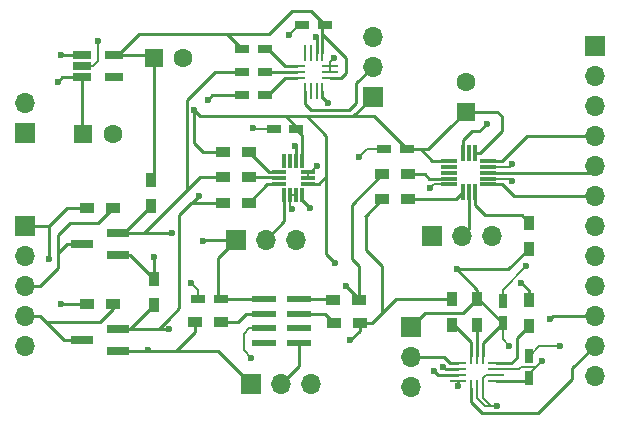
<source format=gtl>
G04 #@! TF.FileFunction,Copper,L1,Top,Signal*
%FSLAX46Y46*%
G04 Gerber Fmt 4.6, Leading zero omitted, Abs format (unit mm)*
G04 Created by KiCad (PCBNEW 4.0.7) date Friday, March 30, 2018 'PMt' 08:41:18 PM*
%MOMM*%
%LPD*%
G01*
G04 APERTURE LIST*
%ADD10C,0.100000*%
%ADD11R,2.000000X0.530000*%
%ADD12R,0.350000X1.400000*%
%ADD13R,1.400000X0.350000*%
%ADD14R,1.200000X0.350000*%
%ADD15R,0.350000X1.200000*%
%ADD16R,1.600000X1.600000*%
%ADD17C,1.600000*%
%ADD18R,1.700000X1.700000*%
%ADD19O,1.700000X1.700000*%
%ADD20R,1.900000X0.800000*%
%ADD21R,1.560000X0.650000*%
%ADD22R,0.250000X1.400000*%
%ADD23R,1.400000X0.250000*%
%ADD24R,1.200000X0.750000*%
%ADD25R,0.750000X1.200000*%
%ADD26R,1.200000X0.900000*%
%ADD27R,0.900000X1.200000*%
%ADD28C,0.600000*%
%ADD29C,0.152400*%
%ADD30C,0.127000*%
%ADD31C,0.254000*%
G04 APERTURE END LIST*
D10*
D11*
X120547000Y-139793500D03*
X123547000Y-139793500D03*
X120547000Y-141043500D03*
X120547000Y-142293500D03*
X120547000Y-143543500D03*
X123547000Y-143543500D03*
X123547000Y-142293500D03*
X123547000Y-141043500D03*
D12*
X137422000Y-130745500D03*
X137922000Y-130745500D03*
X138422000Y-130745500D03*
D13*
X139562000Y-130095500D03*
X139572000Y-129595500D03*
X139572000Y-129095500D03*
X139572000Y-128595500D03*
X139572000Y-128095500D03*
D12*
X138422000Y-127445500D03*
X137922000Y-127445500D03*
X137422000Y-127445500D03*
D13*
X136272000Y-128095500D03*
X136272000Y-128595500D03*
X136272000Y-129095500D03*
X136272000Y-129595500D03*
X136272000Y-130095500D03*
D14*
X121833000Y-130040000D03*
X121833000Y-129540000D03*
X121833000Y-129040000D03*
D15*
X122313000Y-128070000D03*
X122813000Y-128070000D03*
X123313000Y-128070000D03*
X123813000Y-128070000D03*
D14*
X124293000Y-130040000D03*
X124293000Y-129540000D03*
X124293000Y-129040000D03*
D15*
X122313000Y-131010000D03*
X122813000Y-131010000D03*
X123313000Y-131010000D03*
X123813000Y-131010000D03*
D16*
X105283000Y-125857000D03*
D17*
X107783000Y-125857000D03*
D16*
X111252000Y-119380000D03*
D17*
X113752000Y-119380000D03*
D16*
X137668000Y-123952000D03*
D17*
X137668000Y-121452000D03*
D18*
X100330000Y-125730000D03*
D19*
X100330000Y-123190000D03*
D18*
X148590000Y-118364000D03*
D19*
X148590000Y-120904000D03*
X148590000Y-123444000D03*
X148590000Y-125984000D03*
X148590000Y-128524000D03*
X148590000Y-131064000D03*
X148590000Y-133604000D03*
X148590000Y-136144000D03*
X148590000Y-138684000D03*
X148590000Y-141224000D03*
X148590000Y-143764000D03*
X148590000Y-146304000D03*
D18*
X129794000Y-122682000D03*
D19*
X129794000Y-120142000D03*
X129794000Y-117602000D03*
D18*
X133032500Y-142176500D03*
D19*
X133032500Y-144716500D03*
X133032500Y-147256500D03*
D18*
X118173500Y-134810500D03*
D19*
X120713500Y-134810500D03*
X123253500Y-134810500D03*
D18*
X119507000Y-147002500D03*
D19*
X122047000Y-147002500D03*
X124587000Y-147002500D03*
D18*
X134810500Y-134429500D03*
D19*
X137350500Y-134429500D03*
X139890500Y-134429500D03*
D20*
X108180000Y-136078000D03*
X108180000Y-134178000D03*
X105180000Y-135128000D03*
X108180000Y-144206000D03*
X108180000Y-142306000D03*
X105180000Y-143256000D03*
D21*
X105203000Y-119128500D03*
X105203000Y-120078500D03*
X105203000Y-121028500D03*
X107903000Y-121028500D03*
X107903000Y-119128500D03*
D18*
X100330000Y-133604000D03*
D19*
X100330000Y-136144000D03*
X100330000Y-138684000D03*
X100330000Y-141224000D03*
X100330000Y-143764000D03*
D22*
X138620500Y-144606500D03*
X138120500Y-144606500D03*
X139120500Y-144606500D03*
X138120500Y-147366500D03*
X138620500Y-147366500D03*
X139120500Y-147366500D03*
D23*
X137000500Y-145236500D03*
X137000500Y-145736500D03*
X137000500Y-146236500D03*
X137000500Y-146736500D03*
X140240500Y-146736500D03*
X140240500Y-146236500D03*
X140240500Y-145736500D03*
X140240500Y-145236500D03*
X123397500Y-120586500D03*
X123397500Y-121086500D03*
X123397500Y-120086500D03*
X126157500Y-121086500D03*
X126157500Y-120586500D03*
X126157500Y-120086500D03*
D22*
X124027500Y-122206500D03*
X124527500Y-122206500D03*
X125027500Y-122206500D03*
X125527500Y-122206500D03*
X125527500Y-118966500D03*
X125027500Y-118966500D03*
X124527500Y-118966500D03*
X124027500Y-118966500D03*
D24*
X123314500Y-125412500D03*
X121414500Y-125412500D03*
D25*
X140779500Y-141856500D03*
X140779500Y-139956500D03*
X143002000Y-146492000D03*
X143002000Y-144592000D03*
D24*
X125727500Y-116586000D03*
X123827500Y-116586000D03*
X132649000Y-127127000D03*
X130749000Y-127127000D03*
X116901000Y-139827000D03*
X115001000Y-139827000D03*
D26*
X105580000Y-132080000D03*
X107780000Y-132080000D03*
D27*
X110998000Y-129710000D03*
X110998000Y-131910000D03*
D26*
X105580000Y-140208000D03*
X107780000Y-140208000D03*
D27*
X111252000Y-138092000D03*
X111252000Y-140292000D03*
X138620500Y-142006500D03*
X138620500Y-139806500D03*
D26*
X119273500Y-129476500D03*
X117073500Y-129476500D03*
D27*
X143002000Y-142070000D03*
X143002000Y-139870000D03*
D26*
X119273500Y-131635500D03*
X117073500Y-131635500D03*
D27*
X136461500Y-142006500D03*
X136461500Y-139806500D03*
D26*
X119273500Y-127317500D03*
X117073500Y-127317500D03*
D24*
X118747500Y-118618000D03*
X120647500Y-118618000D03*
X120647500Y-120586500D03*
X118747500Y-120586500D03*
D26*
X126408000Y-139890500D03*
X128608000Y-139890500D03*
X116924000Y-141732000D03*
X114724000Y-141732000D03*
X128671500Y-141795500D03*
X126471500Y-141795500D03*
X132799000Y-129222500D03*
X130599000Y-129222500D03*
X132799000Y-131318000D03*
X130599000Y-131318000D03*
D27*
X143002000Y-133329500D03*
X143002000Y-135529500D03*
D24*
X120647500Y-122555000D03*
X118747500Y-122555000D03*
D28*
X114427000Y-138430000D03*
X119507000Y-144780000D03*
X106553000Y-117983000D03*
X122936000Y-132207000D03*
X125095000Y-128524000D03*
X119634000Y-125349000D03*
X122682000Y-117475000D03*
X126492000Y-119380000D03*
X128651000Y-127762000D03*
X134620000Y-130429000D03*
X141605000Y-129794000D03*
X141605000Y-128397000D03*
X142748000Y-137033000D03*
X145669000Y-143764000D03*
X140335000Y-148844000D03*
X103378000Y-140208000D03*
X102362000Y-136398000D03*
X103378000Y-119126000D03*
X103124000Y-121412000D03*
X141351000Y-143764000D03*
X144145000Y-145034000D03*
X136906000Y-137287000D03*
X126619000Y-136779000D03*
X111252000Y-136271000D03*
X115443000Y-134874000D03*
X110744000Y-144145000D03*
X114681000Y-123825000D03*
X125984000Y-123190000D03*
X124968000Y-117602000D03*
X139446000Y-124968000D03*
X124460000Y-132080000D03*
X123190000Y-126873000D03*
X135763000Y-145542000D03*
X144780000Y-141478000D03*
X135001000Y-145923000D03*
X137033000Y-147193000D03*
X127508000Y-138684000D03*
X112776000Y-134239000D03*
X142367000Y-138430000D03*
X112522000Y-142367000D03*
X127889000Y-143256000D03*
X115062000Y-131064000D03*
X115824000Y-122936000D03*
D29*
X115001000Y-139827000D02*
X115001000Y-139004000D01*
X115001000Y-139004000D02*
X114427000Y-138430000D01*
X120547000Y-142293500D02*
X119326500Y-142293500D01*
X118872000Y-144145000D02*
X119507000Y-144780000D01*
D30*
X118872000Y-142748000D02*
X118872000Y-144145000D01*
D29*
X119326500Y-142293500D02*
X118872000Y-142748000D01*
X105203000Y-120078500D02*
X106108500Y-120078500D01*
X106553000Y-119634000D02*
X106553000Y-117983000D01*
X106108500Y-120078500D02*
X106553000Y-119634000D01*
X122813000Y-131010000D02*
X122813000Y-132084000D01*
X122813000Y-132084000D02*
X122936000Y-132207000D01*
X123313000Y-131010000D02*
X122813000Y-131010000D01*
X124293000Y-129540000D02*
X124293000Y-129040000D01*
X124293000Y-129040000D02*
X124579000Y-129040000D01*
X124579000Y-129040000D02*
X125095000Y-128524000D01*
X121414500Y-125412500D02*
X119697500Y-125412500D01*
X119697500Y-125412500D02*
X119634000Y-125349000D01*
X123827500Y-116586000D02*
X123571000Y-116586000D01*
X123571000Y-116586000D02*
X122682000Y-117475000D01*
X126157500Y-120086500D02*
X126157500Y-119714500D01*
X126157500Y-119714500D02*
X126492000Y-119380000D01*
X126157500Y-120586500D02*
X126157500Y-120086500D01*
X130749000Y-127127000D02*
X129286000Y-127127000D01*
X129286000Y-127127000D02*
X128651000Y-127762000D01*
X136272000Y-130095500D02*
X134953500Y-130095500D01*
X134953500Y-130095500D02*
X134620000Y-130429000D01*
X139572000Y-129595500D02*
X141406500Y-129595500D01*
X141406500Y-129595500D02*
X141605000Y-129794000D01*
X139572000Y-128595500D02*
X141406500Y-128595500D01*
X141406500Y-128595500D02*
X141605000Y-128397000D01*
X140779500Y-139956500D02*
X140779500Y-139001500D01*
X140779500Y-139001500D02*
X142748000Y-137033000D01*
X140240500Y-146236500D02*
X139386500Y-146236500D01*
X139120500Y-146502500D02*
X139120500Y-147366500D01*
X139386500Y-146236500D02*
X139120500Y-146502500D01*
X143002000Y-144592000D02*
X143063000Y-144592000D01*
X143063000Y-144592000D02*
X143891000Y-143764000D01*
X143891000Y-143764000D02*
X145669000Y-143764000D01*
X139120500Y-147366500D02*
X139120500Y-148137500D01*
X139120500Y-148137500D02*
X139827000Y-148844000D01*
X138620500Y-147366500D02*
X138620500Y-148145500D01*
X139319000Y-148844000D02*
X139827000Y-148844000D01*
X139827000Y-148844000D02*
X140335000Y-148844000D01*
X138620500Y-148145500D02*
X139319000Y-148844000D01*
D31*
X107780000Y-140208000D02*
X107780000Y-140632000D01*
X107780000Y-140632000D02*
X106680000Y-141732000D01*
X106680000Y-141732000D02*
X102108000Y-141732000D01*
X100330000Y-141224000D02*
X101600000Y-141224000D01*
X103632000Y-143256000D02*
X105180000Y-143256000D01*
X101600000Y-141224000D02*
X102108000Y-141732000D01*
X102108000Y-141732000D02*
X103632000Y-143256000D01*
X103124000Y-135890000D02*
X103124000Y-134366000D01*
X106510000Y-133350000D02*
X107780000Y-132080000D01*
X104140000Y-133350000D02*
X106510000Y-133350000D01*
X103124000Y-134366000D02*
X104140000Y-133350000D01*
X100330000Y-138684000D02*
X101600000Y-138684000D01*
X103886000Y-135128000D02*
X105180000Y-135128000D01*
X103124000Y-135890000D02*
X103886000Y-135128000D01*
X103124000Y-137160000D02*
X103124000Y-135890000D01*
X101600000Y-138684000D02*
X103124000Y-137160000D01*
X102362000Y-133604000D02*
X102362000Y-136398000D01*
X103378000Y-140208000D02*
X105580000Y-140208000D01*
X100330000Y-133604000D02*
X102362000Y-133604000D01*
X103886000Y-132080000D02*
X105580000Y-132080000D01*
X102362000Y-133604000D02*
X103886000Y-132080000D01*
X105203000Y-121028500D02*
X105203000Y-125777000D01*
X105203000Y-125777000D02*
X105283000Y-125857000D01*
X103380500Y-119128500D02*
X105203000Y-119128500D01*
X103378000Y-119126000D02*
X103380500Y-119128500D01*
X103507500Y-121028500D02*
X105203000Y-121028500D01*
X103124000Y-121412000D02*
X103507500Y-121028500D01*
X114724000Y-141732000D02*
X114724000Y-142578000D01*
X113096000Y-144206000D02*
X112649000Y-144206000D01*
X114724000Y-142578000D02*
X113096000Y-144206000D01*
X112649000Y-144206000D02*
X116710500Y-144206000D01*
X116710500Y-144206000D02*
X119507000Y-147002500D01*
X116647000Y-139573000D02*
X116647000Y-136337000D01*
X116647000Y-136337000D02*
X117028000Y-135956000D01*
X117028000Y-135956000D02*
X118173500Y-134810500D01*
X116647000Y-139573000D02*
X116901000Y-139827000D01*
X116901000Y-139827000D02*
X120513500Y-139827000D01*
X120513500Y-139827000D02*
X120547000Y-139793500D01*
D29*
X143002000Y-146492000D02*
X143002000Y-146177000D01*
X143002000Y-146177000D02*
X143637000Y-145542000D01*
X140240500Y-145736500D02*
X142172500Y-145736500D01*
X140779500Y-143192500D02*
X140779500Y-141856500D01*
X141351000Y-143764000D02*
X140779500Y-143192500D01*
X143637000Y-145542000D02*
X144145000Y-145034000D01*
X142367000Y-145542000D02*
X143637000Y-145542000D01*
X142172500Y-145736500D02*
X142367000Y-145542000D01*
D31*
X138422000Y-127445500D02*
X138873500Y-127445500D01*
X140335000Y-123952000D02*
X137668000Y-123952000D01*
X140716000Y-124333000D02*
X140335000Y-123952000D01*
X140716000Y-125603000D02*
X140716000Y-124333000D01*
X138873500Y-127445500D02*
X140716000Y-125603000D01*
X120269000Y-117348000D02*
X121031000Y-117348000D01*
X117477500Y-117348000D02*
X120269000Y-117348000D01*
X124584500Y-115443000D02*
X125727500Y-116586000D01*
X122936000Y-115443000D02*
X124584500Y-115443000D01*
X121031000Y-117348000D02*
X122936000Y-115443000D01*
X139120500Y-144606500D02*
X139120500Y-143515500D01*
X139120500Y-143515500D02*
X140779500Y-141856500D01*
X136906000Y-137287000D02*
X141244500Y-137287000D01*
X141244500Y-137287000D02*
X143002000Y-135529500D01*
X136906000Y-137287000D02*
X138620500Y-139001500D01*
X138620500Y-139001500D02*
X138620500Y-139806500D01*
X138620500Y-139806500D02*
X138577500Y-139806500D01*
X138577500Y-139806500D02*
X137414000Y-140970000D01*
X134239000Y-140970000D02*
X133032500Y-142176500D01*
X137414000Y-140970000D02*
X134239000Y-140970000D01*
X140240500Y-146736500D02*
X142757500Y-146736500D01*
X142757500Y-146736500D02*
X143002000Y-146492000D01*
X139120500Y-144606500D02*
X139120500Y-144597500D01*
X138620500Y-139806500D02*
X138729500Y-139806500D01*
X138729500Y-139806500D02*
X140779500Y-141856500D01*
X138620500Y-139001500D02*
X138620500Y-139806500D01*
X125857000Y-129286000D02*
X125857000Y-136017000D01*
X125857000Y-136017000D02*
X126619000Y-136779000D01*
X128143000Y-124333000D02*
X129855000Y-124333000D01*
X129855000Y-124333000D02*
X132649000Y-127127000D01*
X124293000Y-130040000D02*
X125230000Y-130040000D01*
X124206000Y-124333000D02*
X123952000Y-124333000D01*
X125857000Y-125984000D02*
X124206000Y-124333000D01*
X125857000Y-129413000D02*
X125857000Y-129286000D01*
X125857000Y-129286000D02*
X125857000Y-125984000D01*
X125230000Y-130040000D02*
X125857000Y-129413000D01*
X133731000Y-127127000D02*
X134493000Y-127127000D01*
X134493000Y-127127000D02*
X136271000Y-125349000D01*
X136271000Y-125349000D02*
X137668000Y-123952000D01*
X136272000Y-128095500D02*
X134826500Y-128095500D01*
X133858000Y-127127000D02*
X133731000Y-127127000D01*
X133731000Y-127127000D02*
X132649000Y-127127000D01*
X134826500Y-128095500D02*
X133858000Y-127127000D01*
X108180000Y-136078000D02*
X109238000Y-136078000D01*
X109238000Y-136078000D02*
X111252000Y-138092000D01*
X111252000Y-136271000D02*
X111252000Y-138092000D01*
X112268000Y-144206000D02*
X112649000Y-144206000D01*
X108180000Y-144206000D02*
X112268000Y-144206000D01*
X112268000Y-144206000D02*
X112313500Y-144206000D01*
X115443000Y-134874000D02*
X115506500Y-134810500D01*
X115506500Y-134810500D02*
X118173500Y-134810500D01*
X110683000Y-144206000D02*
X108180000Y-144206000D01*
X110744000Y-144145000D02*
X110683000Y-144206000D01*
X125527500Y-117348000D02*
X125527500Y-117399500D01*
X127071500Y-121086500D02*
X126157500Y-121086500D01*
X127508000Y-120650000D02*
X127071500Y-121086500D01*
X127508000Y-119380000D02*
X127508000Y-120650000D01*
X125527500Y-117399500D02*
X127508000Y-119380000D01*
X122428000Y-124333000D02*
X123952000Y-124333000D01*
X123952000Y-124333000D02*
X128143000Y-124333000D01*
X128143000Y-124333000D02*
X129794000Y-122682000D01*
X123813000Y-128070000D02*
X123813000Y-125911000D01*
X123813000Y-125911000D02*
X123314500Y-125412500D01*
X123314500Y-125412500D02*
X123314500Y-125219500D01*
X123314500Y-125219500D02*
X122428000Y-124333000D01*
X115189000Y-124333000D02*
X114681000Y-123825000D01*
X122428000Y-124333000D02*
X115189000Y-124333000D01*
X114681000Y-123825000D02*
X114681000Y-125603000D01*
X115379500Y-127317500D02*
X114681000Y-126619000D01*
X114681000Y-126619000D02*
X114681000Y-125603000D01*
X117073500Y-127317500D02*
X115379500Y-127317500D01*
X125527500Y-118966500D02*
X125527500Y-117348000D01*
X125527500Y-117348000D02*
X125527500Y-116786000D01*
X125527500Y-116786000D02*
X125727500Y-116586000D01*
X107903000Y-119128500D02*
X108201500Y-119128500D01*
X108201500Y-119128500D02*
X109982000Y-117348000D01*
X117477500Y-117348000D02*
X118747500Y-118618000D01*
X109982000Y-117348000D02*
X115570000Y-117348000D01*
X115570000Y-117348000D02*
X117477500Y-117348000D01*
X111252000Y-119380000D02*
X111252000Y-129456000D01*
X111252000Y-129456000D02*
X110998000Y-129710000D01*
X107903000Y-119128500D02*
X111000500Y-119128500D01*
X111000500Y-119128500D02*
X111252000Y-119380000D01*
X125527500Y-122206500D02*
X125527500Y-122733500D01*
X125527500Y-122733500D02*
X125984000Y-123190000D01*
X125027500Y-117661500D02*
X124968000Y-117602000D01*
X125027500Y-117661500D02*
X125027500Y-118966500D01*
X138176000Y-125603000D02*
X138811000Y-125603000D01*
X137422000Y-126357000D02*
X138176000Y-125603000D01*
X137422000Y-127445500D02*
X137422000Y-126357000D01*
X138811000Y-125603000D02*
X139446000Y-124968000D01*
X139572000Y-128095500D02*
X140763500Y-128095500D01*
X142875000Y-125984000D02*
X148590000Y-125984000D01*
X140763500Y-128095500D02*
X142875000Y-125984000D01*
X139572000Y-129095500D02*
X148018500Y-129095500D01*
X148018500Y-129095500D02*
X148590000Y-128524000D01*
X139562000Y-130095500D02*
X140763500Y-130095500D01*
X141732000Y-131064000D02*
X148590000Y-131064000D01*
X140763500Y-130095500D02*
X141732000Y-131064000D01*
X123813000Y-131010000D02*
X123813000Y-131433000D01*
X123813000Y-131433000D02*
X124460000Y-132080000D01*
X123313000Y-126996000D02*
X123313000Y-128070000D01*
X123313000Y-126996000D02*
X123190000Y-126873000D01*
X137000500Y-145736500D02*
X135957500Y-145736500D01*
X135957500Y-145736500D02*
X135763000Y-145542000D01*
X137000500Y-146236500D02*
X135314500Y-146236500D01*
X145034000Y-141224000D02*
X148590000Y-141224000D01*
X144780000Y-141478000D02*
X145034000Y-141224000D01*
X135314500Y-146236500D02*
X135001000Y-145923000D01*
X146685000Y-145669000D02*
X148590000Y-143764000D01*
X146685000Y-146558000D02*
X146685000Y-145669000D01*
X143764000Y-149479000D02*
X146685000Y-146558000D01*
X139081000Y-149479000D02*
X143764000Y-149479000D01*
X138120500Y-148518500D02*
X139081000Y-149479000D01*
X138120500Y-147366500D02*
X138120500Y-148518500D01*
X137000500Y-147160500D02*
X137033000Y-147193000D01*
X137000500Y-146736500D02*
X137000500Y-147160500D01*
X124027500Y-122206500D02*
X124027500Y-123265500D01*
X128397000Y-121539000D02*
X129794000Y-120142000D01*
X128397000Y-123190000D02*
X128397000Y-121539000D01*
X127762000Y-123825000D02*
X128397000Y-123190000D01*
X124587000Y-123825000D02*
X127762000Y-123825000D01*
X124027500Y-123265500D02*
X124587000Y-123825000D01*
X137000500Y-145236500D02*
X136346500Y-145236500D01*
X136346500Y-145236500D02*
X135826500Y-144716500D01*
X135826500Y-144716500D02*
X133032500Y-144716500D01*
X137000500Y-145236500D02*
X136473500Y-145236500D01*
X122313000Y-131010000D02*
X122313000Y-133211000D01*
X122313000Y-133211000D02*
X120713500Y-134810500D01*
X123547000Y-143543500D02*
X123547000Y-145502500D01*
X123547000Y-145502500D02*
X122047000Y-147002500D01*
X137922000Y-130745500D02*
X137922000Y-133858000D01*
X137922000Y-133858000D02*
X137350500Y-134429500D01*
X127508000Y-138684000D02*
X128608000Y-139784000D01*
X128608000Y-139784000D02*
X128608000Y-139890500D01*
X112715000Y-134178000D02*
X110175000Y-134178000D01*
X112776000Y-134239000D02*
X112715000Y-134178000D01*
X128608000Y-139890500D02*
X128608000Y-139362000D01*
X143002000Y-139065000D02*
X143002000Y-139870000D01*
X142367000Y-138430000D02*
X143002000Y-139065000D01*
X128016000Y-132080000D02*
X128016000Y-131805500D01*
X128016000Y-131805500D02*
X130599000Y-129222500D01*
X128608000Y-139890500D02*
X128608000Y-136990000D01*
X128016000Y-136398000D02*
X128016000Y-132080000D01*
X128608000Y-136990000D02*
X128016000Y-136398000D01*
X114046000Y-130556000D02*
X114046000Y-122936000D01*
X116395500Y-120586500D02*
X118747500Y-120586500D01*
X114046000Y-122936000D02*
X116395500Y-120586500D01*
X108180000Y-134178000D02*
X110109000Y-134178000D01*
X110109000Y-134178000D02*
X110363000Y-134178000D01*
X110424000Y-134178000D02*
X114046000Y-130556000D01*
X110363000Y-134178000D02*
X110424000Y-134178000D01*
X115125500Y-129476500D02*
X117073500Y-129476500D01*
X114046000Y-130556000D02*
X115125500Y-129476500D01*
X108180000Y-134178000D02*
X108730000Y-134178000D01*
X108730000Y-134178000D02*
X110998000Y-131910000D01*
X129180500Y-132736500D02*
X129180500Y-135657500D01*
X130556000Y-137033000D02*
X130556000Y-140970000D01*
X129180500Y-135657500D02*
X130556000Y-137033000D01*
X128671500Y-141795500D02*
X129730500Y-141795500D01*
X129730500Y-141795500D02*
X130556000Y-140970000D01*
X131719500Y-139806500D02*
X136461500Y-139806500D01*
X130556000Y-140970000D02*
X131719500Y-139806500D01*
X112461000Y-142306000D02*
X112522000Y-142367000D01*
X127889000Y-143256000D02*
X128671500Y-142473500D01*
X128671500Y-141795500D02*
X128671500Y-142473500D01*
X112461000Y-142306000D02*
X111694000Y-142306000D01*
X128671500Y-141795500D02*
X129095500Y-141795500D01*
X129159000Y-132758000D02*
X129180500Y-132736500D01*
X129180500Y-132736500D02*
X130599000Y-131318000D01*
X112458500Y-141541500D02*
X113411000Y-140589000D01*
X113411000Y-132651500D02*
X114427000Y-131635500D01*
X113411000Y-140589000D02*
X113411000Y-132651500D01*
X114427000Y-131635500D02*
X114490500Y-131635500D01*
X115824000Y-122936000D02*
X116205000Y-122555000D01*
X116205000Y-122555000D02*
X118747500Y-122555000D01*
X114490500Y-131635500D02*
X115062000Y-131064000D01*
X109220000Y-142306000D02*
X111694000Y-142306000D01*
X114427000Y-131635500D02*
X117073500Y-131635500D01*
X111694000Y-142306000D02*
X112458500Y-141541500D01*
X112458500Y-141541500D02*
X112522000Y-141478000D01*
X108180000Y-142306000D02*
X109220000Y-142306000D01*
X109220000Y-142306000D02*
X109238000Y-142306000D01*
X109238000Y-142306000D02*
X111252000Y-140292000D01*
X138620500Y-144606500D02*
X138620500Y-142006500D01*
X119273500Y-129476500D02*
X121769500Y-129476500D01*
X121769500Y-129476500D02*
X121833000Y-129540000D01*
X140240500Y-145236500D02*
X141529500Y-145236500D01*
X141986000Y-143086000D02*
X143002000Y-142070000D01*
X141986000Y-144780000D02*
X141986000Y-143086000D01*
X141529500Y-145236500D02*
X141986000Y-144780000D01*
X121833000Y-130040000D02*
X120869000Y-130040000D01*
X120869000Y-130040000D02*
X119273500Y-131635500D01*
X138120500Y-144606500D02*
X138120500Y-143454500D01*
X138120500Y-143454500D02*
X136672500Y-142006500D01*
X136672500Y-142006500D02*
X136461500Y-142006500D01*
X121833000Y-129040000D02*
X120996000Y-129040000D01*
X120996000Y-129040000D02*
X119273500Y-127317500D01*
X120647500Y-120586500D02*
X123397500Y-120586500D01*
X123547000Y-139793500D02*
X126311000Y-139793500D01*
X126311000Y-139793500D02*
X126408000Y-139890500D01*
X116924000Y-141732000D02*
X118364000Y-141732000D01*
X119052500Y-141043500D02*
X120547000Y-141043500D01*
X118364000Y-141732000D02*
X119052500Y-141043500D01*
X123547000Y-141043500D02*
X125719500Y-141043500D01*
X125719500Y-141043500D02*
X126471500Y-141795500D01*
X136272000Y-129595500D02*
X134548500Y-129595500D01*
X134175500Y-129222500D02*
X132799000Y-129222500D01*
X134548500Y-129595500D02*
X134175500Y-129222500D01*
X132799000Y-131318000D02*
X136849500Y-131318000D01*
X136849500Y-131318000D02*
X137422000Y-130745500D01*
X138422000Y-130745500D02*
X138422000Y-131818000D01*
X142387500Y-132715000D02*
X143002000Y-133329500D01*
X139319000Y-132715000D02*
X142387500Y-132715000D01*
X138422000Y-131818000D02*
X139319000Y-132715000D01*
X123397500Y-120086500D02*
X122372500Y-120086500D01*
X122372500Y-120086500D02*
X120904000Y-118618000D01*
X120904000Y-118618000D02*
X120647500Y-118618000D01*
X123397500Y-121086500D02*
X122372500Y-121086500D01*
X122372500Y-121086500D02*
X120904000Y-122555000D01*
X120904000Y-122555000D02*
X120647500Y-122555000D01*
M02*

</source>
